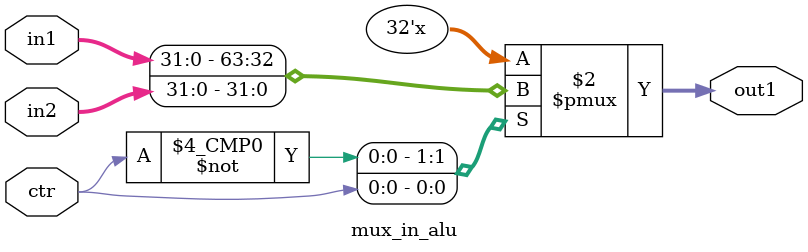
<source format=v>


module mux_in_alu( in1, in2, ctr, out1);
input[31:0] in1, in2;
input ctr;
output[31:0]out1;
reg[31:0] out1;

always @(*)begin
case(ctr)
    1'b0:out1<=in1;
    1'b1:out1<=in2;
endcase
end
endmodule


</source>
